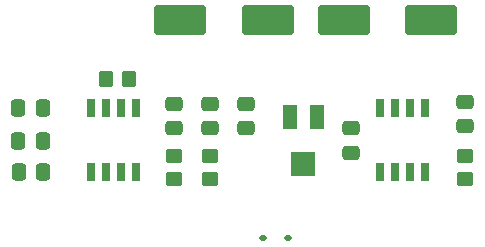
<source format=gbr>
%TF.GenerationSoftware,KiCad,Pcbnew,7.0.10*%
%TF.CreationDate,2024-03-02T17:10:40+01:00*%
%TF.ProjectId,explorer,6578706c-6f72-4657-922e-6b696361645f,rev?*%
%TF.SameCoordinates,Original*%
%TF.FileFunction,Paste,Top*%
%TF.FilePolarity,Positive*%
%FSLAX46Y46*%
G04 Gerber Fmt 4.6, Leading zero omitted, Abs format (unit mm)*
G04 Created by KiCad (PCBNEW 7.0.10) date 2024-03-02 17:10:40*
%MOMM*%
%LPD*%
G01*
G04 APERTURE LIST*
G04 Aperture macros list*
%AMRoundRect*
0 Rectangle with rounded corners*
0 $1 Rounding radius*
0 $2 $3 $4 $5 $6 $7 $8 $9 X,Y pos of 4 corners*
0 Add a 4 corners polygon primitive as box body*
4,1,4,$2,$3,$4,$5,$6,$7,$8,$9,$2,$3,0*
0 Add four circle primitives for the rounded corners*
1,1,$1+$1,$2,$3*
1,1,$1+$1,$4,$5*
1,1,$1+$1,$6,$7*
1,1,$1+$1,$8,$9*
0 Add four rect primitives between the rounded corners*
20,1,$1+$1,$2,$3,$4,$5,0*
20,1,$1+$1,$4,$5,$6,$7,0*
20,1,$1+$1,$6,$7,$8,$9,0*
20,1,$1+$1,$8,$9,$2,$3,0*%
G04 Aperture macros list end*
%ADD10RoundRect,0.250000X0.450000X-0.350000X0.450000X0.350000X-0.450000X0.350000X-0.450000X-0.350000X0*%
%ADD11RoundRect,0.250000X0.475000X-0.337500X0.475000X0.337500X-0.475000X0.337500X-0.475000X-0.337500X0*%
%ADD12RoundRect,0.250000X-1.950000X-1.000000X1.950000X-1.000000X1.950000X1.000000X-1.950000X1.000000X0*%
%ADD13R,0.650000X1.525000*%
%ADD14R,1.300000X2.000000*%
%ADD15R,2.000000X2.000000*%
%ADD16RoundRect,0.250000X-0.350000X-0.450000X0.350000X-0.450000X0.350000X0.450000X-0.350000X0.450000X0*%
%ADD17RoundRect,0.250000X0.337500X0.475000X-0.337500X0.475000X-0.337500X-0.475000X0.337500X-0.475000X0*%
%ADD18RoundRect,0.250000X-0.450000X0.350000X-0.450000X-0.350000X0.450000X-0.350000X0.450000X0.350000X0*%
%ADD19RoundRect,0.112500X0.187500X0.112500X-0.187500X0.112500X-0.187500X-0.112500X0.187500X-0.112500X0*%
G04 APERTURE END LIST*
D10*
%TO.C,R2*%
X67300000Y58100000D03*
X67300000Y60100000D03*
%TD*%
D11*
%TO.C,C2*%
X67300000Y62425000D03*
X67300000Y64500000D03*
%TD*%
%TO.C,C10*%
X88900000Y62600000D03*
X88900000Y64675000D03*
%TD*%
D12*
%TO.C,C6*%
X78664000Y71576000D03*
X86064000Y71576000D03*
%TD*%
D10*
%TO.C,R1*%
X64300000Y58100000D03*
X64300000Y60100000D03*
%TD*%
D13*
%TO.C,IC2*%
X81724000Y58700000D03*
X82994000Y58700000D03*
X84264000Y58700000D03*
X85534000Y58700000D03*
X85534000Y64124000D03*
X84264000Y64124000D03*
X82994000Y64124000D03*
X81724000Y64124000D03*
%TD*%
D12*
%TO.C,C4*%
X64804000Y71576000D03*
X72204000Y71576000D03*
%TD*%
D13*
%TO.C,IC1*%
X57290000Y58700000D03*
X58560000Y58700000D03*
X59830000Y58700000D03*
X61100000Y58700000D03*
X61100000Y64124000D03*
X59830000Y64124000D03*
X58560000Y64124000D03*
X57290000Y64124000D03*
%TD*%
D14*
%TO.C,RV1*%
X74079000Y63412000D03*
D15*
X75229000Y59412000D03*
D14*
X76379000Y63412000D03*
%TD*%
D16*
%TO.C,R4*%
X58488000Y66623000D03*
X60488000Y66623000D03*
%TD*%
D17*
%TO.C,C8*%
X53195000Y61312000D03*
X51120000Y61312000D03*
%TD*%
D11*
%TO.C,C5*%
X70375000Y62425000D03*
X70375000Y64500000D03*
%TD*%
%TO.C,C3*%
X79300000Y60375000D03*
X79300000Y62450000D03*
%TD*%
%TO.C,C1*%
X64300000Y62425000D03*
X64300000Y64500000D03*
%TD*%
D18*
%TO.C,R3*%
X88900000Y60100000D03*
X88900000Y58100000D03*
%TD*%
D17*
%TO.C,C7*%
X53195000Y64112000D03*
X51120000Y64112000D03*
%TD*%
D19*
%TO.C,D1*%
X73950000Y53100000D03*
X71850000Y53100000D03*
%TD*%
D17*
%TO.C,C9*%
X53232500Y58712000D03*
X51157500Y58712000D03*
%TD*%
M02*

</source>
